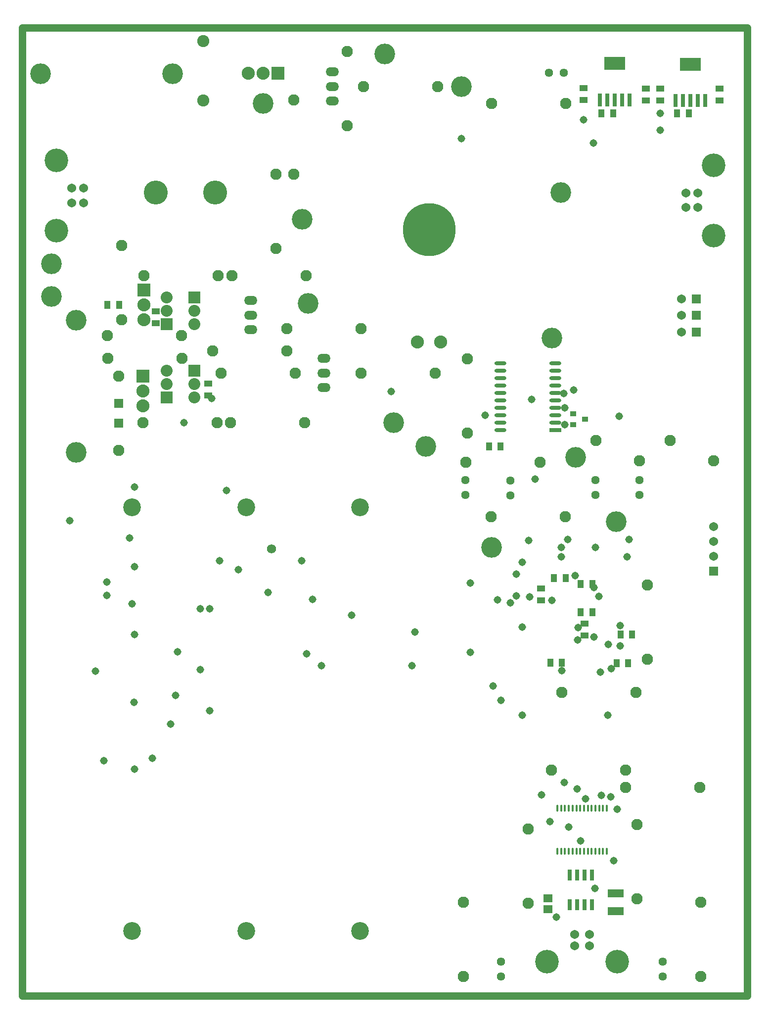
<source format=gts>
G04 Layer_Color=8388736*
%FSAX24Y24*%
%MOIN*%
G70*
G01*
G75*
%ADD27C,0.0500*%
%ADD61R,0.0606X0.0528*%
%ADD62R,0.1079X0.0567*%
%ADD63R,0.0409X0.0528*%
%ADD64R,0.0528X0.0409*%
%ADD65R,0.0646X0.0646*%
%ADD66O,0.0803X0.0252*%
%ADD67R,0.0803X0.0252*%
%ADD68R,0.0252X0.0882*%
%ADD69R,0.1394X0.0882*%
%ADD70R,0.0436X0.0336*%
%ADD71R,0.0266X0.0766*%
%ADD72O,0.0134X0.0488*%
%ADD73C,0.1394*%
%ADD74C,0.0764*%
%ADD75C,0.1394*%
%ADD76C,0.0567*%
%ADD77C,0.0606*%
%ADD78R,0.0606X0.0606*%
%ADD79C,0.1616*%
%ADD80C,0.0882*%
%ADD81O,0.0882X0.0606*%
%ADD82C,0.0803*%
%ADD83R,0.0803X0.0803*%
%ADD84R,0.0882X0.0882*%
%ADD85R,0.0882X0.0882*%
%ADD86C,0.0816*%
%ADD87C,0.0616*%
%ADD88R,0.0606X0.0606*%
%ADD89C,0.1197*%
%ADD90C,0.1591*%
%ADD91C,0.0516*%
%ADD92C,0.3559*%
D27*
X273268Y093150D02*
Y158346D01*
X224400Y093150D02*
X273268D01*
X224400D02*
Y158346D01*
X273268D01*
D61*
X259850Y099724D02*
D03*
Y098976D02*
D03*
D62*
X264400Y098859D02*
D03*
Y100041D02*
D03*
D63*
X262054Y118995D02*
D03*
X262841D02*
D03*
X262054Y120875D02*
D03*
X262841D02*
D03*
X260265Y121305D02*
D03*
X261052D02*
D03*
X260004Y115575D02*
D03*
X260791D02*
D03*
X264477Y115557D02*
D03*
X265265D02*
D03*
X255866Y130157D02*
D03*
X256654D02*
D03*
X230156Y139700D02*
D03*
X230944D02*
D03*
X265521Y117475D02*
D03*
X264734D02*
D03*
X264244Y152600D02*
D03*
X263456D02*
D03*
X269344D02*
D03*
X268556D02*
D03*
D64*
X262325Y118219D02*
D03*
Y117431D02*
D03*
X259398Y119788D02*
D03*
Y120575D02*
D03*
X267400Y154244D02*
D03*
Y153456D02*
D03*
X266450Y154244D02*
D03*
Y153456D02*
D03*
X233400Y138456D02*
D03*
Y139244D02*
D03*
X236950Y133606D02*
D03*
Y134394D02*
D03*
X262250Y154294D02*
D03*
Y153506D02*
D03*
X271400Y154244D02*
D03*
Y153456D02*
D03*
D65*
X230900Y133069D02*
D03*
Y131731D02*
D03*
D66*
X256649Y135750D02*
D03*
Y135250D02*
D03*
Y134750D02*
D03*
Y134250D02*
D03*
Y133750D02*
D03*
Y133250D02*
D03*
Y132750D02*
D03*
Y132250D02*
D03*
Y131750D02*
D03*
Y131250D02*
D03*
X260350Y135750D02*
D03*
Y135250D02*
D03*
Y134750D02*
D03*
Y134250D02*
D03*
Y133750D02*
D03*
Y133250D02*
D03*
Y132750D02*
D03*
Y132250D02*
D03*
Y131750D02*
D03*
D67*
Y131250D02*
D03*
D68*
X263350Y153500D02*
D03*
X265350D02*
D03*
X264850D02*
D03*
X264350D02*
D03*
X263850D02*
D03*
X268450Y153450D02*
D03*
X270450D02*
D03*
X269950D02*
D03*
X269450D02*
D03*
X268950D02*
D03*
D69*
X264350Y155941D02*
D03*
X269450Y155891D02*
D03*
D70*
X261560Y131626D02*
D03*
Y132374D02*
D03*
X262360Y132000D02*
D03*
D71*
X262800Y101300D02*
D03*
X262300D02*
D03*
X261800D02*
D03*
X261300D02*
D03*
X262800Y099300D02*
D03*
X262300D02*
D03*
X261800D02*
D03*
X261300D02*
D03*
D72*
X260487Y102893D02*
D03*
X260743D02*
D03*
X260998D02*
D03*
X261254D02*
D03*
X261510D02*
D03*
X261766D02*
D03*
X262022D02*
D03*
X262278D02*
D03*
X262534D02*
D03*
X262790D02*
D03*
X263046D02*
D03*
X263302D02*
D03*
X263557D02*
D03*
X263813D02*
D03*
X260487Y105807D02*
D03*
X260743D02*
D03*
X260998D02*
D03*
X261254D02*
D03*
X261510D02*
D03*
X261766D02*
D03*
X262022D02*
D03*
X262278D02*
D03*
X262534D02*
D03*
X262790D02*
D03*
X263046D02*
D03*
X263302D02*
D03*
X263557D02*
D03*
X263813D02*
D03*
D73*
X248839Y156604D02*
D03*
X240650Y153250D02*
D03*
X256033Y123346D02*
D03*
X226368Y140256D02*
D03*
Y142451D02*
D03*
X243278Y145463D02*
D03*
X260128Y137470D02*
D03*
X243681Y139783D02*
D03*
X249459Y131752D02*
D03*
X260709Y147250D02*
D03*
X254000Y154400D02*
D03*
X251600Y130150D02*
D03*
X261703Y129419D02*
D03*
X264439Y125098D02*
D03*
D74*
X252400Y154400D02*
D03*
X247400D02*
D03*
X241500Y143500D02*
D03*
Y148500D02*
D03*
X242700Y153500D02*
D03*
Y148500D02*
D03*
X246300Y151750D02*
D03*
Y156750D02*
D03*
X231100Y138700D02*
D03*
Y143700D02*
D03*
X237600Y141650D02*
D03*
X232600D02*
D03*
X238550D02*
D03*
X243550D02*
D03*
X237250Y136600D02*
D03*
X242250D02*
D03*
X232550Y131750D02*
D03*
X237550D02*
D03*
X235157Y137628D02*
D03*
X230157D02*
D03*
X235197Y136093D02*
D03*
X230197D02*
D03*
X230900Y129900D02*
D03*
Y134900D02*
D03*
X265850Y099700D02*
D03*
Y104700D02*
D03*
X258500Y099400D02*
D03*
Y104400D02*
D03*
X270079Y107200D02*
D03*
X265079D02*
D03*
X265796Y113589D02*
D03*
X260796D02*
D03*
X261000Y125410D02*
D03*
X256000D02*
D03*
X259321Y129085D02*
D03*
X254321D02*
D03*
X271004Y129203D02*
D03*
X266004D02*
D03*
X268071Y130561D02*
D03*
X263071D02*
D03*
X254400Y136050D02*
D03*
Y131050D02*
D03*
X266548Y115825D02*
D03*
Y120825D02*
D03*
X247250Y138100D02*
D03*
X242250D02*
D03*
X247250Y135100D02*
D03*
X252250D02*
D03*
X237800D02*
D03*
X242800D02*
D03*
X238450Y131750D02*
D03*
X243450D02*
D03*
X261043Y153268D02*
D03*
X256043D02*
D03*
X265079Y108350D02*
D03*
X260079D02*
D03*
X254150Y099450D02*
D03*
Y094450D02*
D03*
X270150Y099450D02*
D03*
Y094450D02*
D03*
D75*
X228050Y129750D02*
D03*
Y138648D02*
D03*
X234550Y155250D02*
D03*
X225652D02*
D03*
D76*
X254291Y126880D02*
D03*
Y127880D02*
D03*
X266014Y126900D02*
D03*
Y127900D02*
D03*
X263061Y127890D02*
D03*
Y126890D02*
D03*
X257309Y127859D02*
D03*
Y126859D02*
D03*
X259915Y155325D02*
D03*
X260915D02*
D03*
X256689Y094469D02*
D03*
Y095469D02*
D03*
X267589D02*
D03*
Y094469D02*
D03*
D77*
X268861Y140082D02*
D03*
X271004Y122772D02*
D03*
Y123772D02*
D03*
Y124772D02*
D03*
X269939Y147226D02*
D03*
Y146242D02*
D03*
X269152D02*
D03*
Y147226D02*
D03*
X227763Y146558D02*
D03*
Y147542D02*
D03*
X228550D02*
D03*
Y146558D02*
D03*
X262642Y096513D02*
D03*
X261658D02*
D03*
Y097300D02*
D03*
X262642D02*
D03*
X268862Y137874D02*
D03*
Y138976D02*
D03*
D78*
X269861Y140082D02*
D03*
X269862Y137874D02*
D03*
Y138976D02*
D03*
D79*
X237400Y147250D02*
D03*
X233400D02*
D03*
D80*
X252625Y137190D02*
D03*
X251050D02*
D03*
X239650Y155300D02*
D03*
X240650D02*
D03*
X232600Y138700D02*
D03*
Y139700D02*
D03*
X232550Y132900D02*
D03*
Y133900D02*
D03*
D81*
X239800Y139984D02*
D03*
Y139000D02*
D03*
Y138016D02*
D03*
X244750Y136084D02*
D03*
Y135100D02*
D03*
Y134116D02*
D03*
X245300Y153416D02*
D03*
Y154400D02*
D03*
Y155384D02*
D03*
D82*
X234150Y140193D02*
D03*
Y139291D02*
D03*
X236000Y138386D02*
D03*
Y139288D02*
D03*
Y133447D02*
D03*
Y134348D02*
D03*
X234150Y135253D02*
D03*
Y134352D02*
D03*
D83*
Y138389D02*
D03*
X236000Y140189D02*
D03*
Y135250D02*
D03*
X234150Y133450D02*
D03*
D84*
X241650Y155300D02*
D03*
D85*
X232600Y140700D02*
D03*
X232550Y134900D02*
D03*
D86*
X236600Y157450D02*
D03*
Y153450D02*
D03*
D87*
X241211Y123258D02*
D03*
D88*
X271004Y121772D02*
D03*
D89*
X247185Y126064D02*
D03*
X239508D02*
D03*
X231831D02*
D03*
X239508Y097521D02*
D03*
X247185D02*
D03*
X231831D02*
D03*
D90*
X271002Y149096D02*
D03*
Y144372D02*
D03*
X226700Y144688D02*
D03*
Y149412D02*
D03*
X264512Y095450D02*
D03*
X259788D02*
D03*
D91*
X237185Y133396D02*
D03*
X254006Y150906D02*
D03*
X238190Y127180D02*
D03*
X243260Y122460D02*
D03*
X249275Y133845D02*
D03*
X237040Y112350D02*
D03*
Y119240D02*
D03*
X236410Y115140D02*
D03*
X236420Y119230D02*
D03*
X230120Y120130D02*
D03*
X230130Y121040D02*
D03*
X229360Y115020D02*
D03*
X233190Y109150D02*
D03*
X234740Y113400D02*
D03*
X234420Y111460D02*
D03*
X234870Y116330D02*
D03*
X229930Y109000D02*
D03*
X231968Y108430D02*
D03*
X231970Y117490D02*
D03*
X231967Y122047D02*
D03*
X258760Y133320D02*
D03*
X260980Y131640D02*
D03*
X260971Y132760D02*
D03*
X261570Y133970D02*
D03*
X264650Y132190D02*
D03*
X259420Y106700D02*
D03*
X260130Y119780D02*
D03*
X261671Y121449D02*
D03*
X264710Y116710D02*
D03*
X264726Y118099D02*
D03*
X262942Y120660D02*
D03*
X255600Y132250D02*
D03*
X267400Y151450D02*
D03*
X262900Y150600D02*
D03*
X267400Y152600D02*
D03*
X262250Y152150D02*
D03*
X235300Y131750D02*
D03*
X260400Y098450D02*
D03*
X263031Y100394D02*
D03*
X262047Y103583D02*
D03*
X264074Y106550D02*
D03*
X261811Y107087D02*
D03*
X260944Y107519D02*
D03*
X259975Y104880D02*
D03*
X264291Y102244D02*
D03*
X264528Y105709D02*
D03*
X262936Y117320D02*
D03*
X261843Y117122D02*
D03*
X231634Y123976D02*
D03*
X231832Y119553D02*
D03*
X256673Y113061D02*
D03*
X258986Y127943D02*
D03*
X243996Y119852D02*
D03*
X243593Y116181D02*
D03*
X254606Y116289D02*
D03*
X254626Y120945D02*
D03*
X238968Y121856D02*
D03*
X244587Y115384D02*
D03*
X250669Y115394D02*
D03*
X258100Y112057D02*
D03*
X263888Y112047D02*
D03*
X257313Y119626D02*
D03*
X256457Y119823D02*
D03*
X263061Y123356D02*
D03*
X260738D02*
D03*
X258120Y122343D02*
D03*
X258130Y117992D02*
D03*
X257717Y120089D02*
D03*
X257717Y121555D02*
D03*
X260738Y122736D02*
D03*
X265197Y122717D02*
D03*
X265305Y123888D02*
D03*
X261181Y123878D02*
D03*
X258602Y120020D02*
D03*
X258543Y123819D02*
D03*
X260797Y115069D02*
D03*
X256142Y114026D02*
D03*
X240984Y120335D02*
D03*
X250876Y117657D02*
D03*
X262372Y106417D02*
D03*
X260915Y133730D02*
D03*
X261870Y117953D02*
D03*
X264124Y115187D02*
D03*
X263458Y106669D02*
D03*
X261263Y104523D02*
D03*
X263287Y120049D02*
D03*
X263927Y116831D02*
D03*
X263396Y114970D02*
D03*
X231949Y112933D02*
D03*
X246604Y118780D02*
D03*
X237717Y122470D02*
D03*
X231978Y127412D02*
D03*
X227618Y125148D02*
D03*
D92*
X251837Y144749D02*
D03*
M02*

</source>
